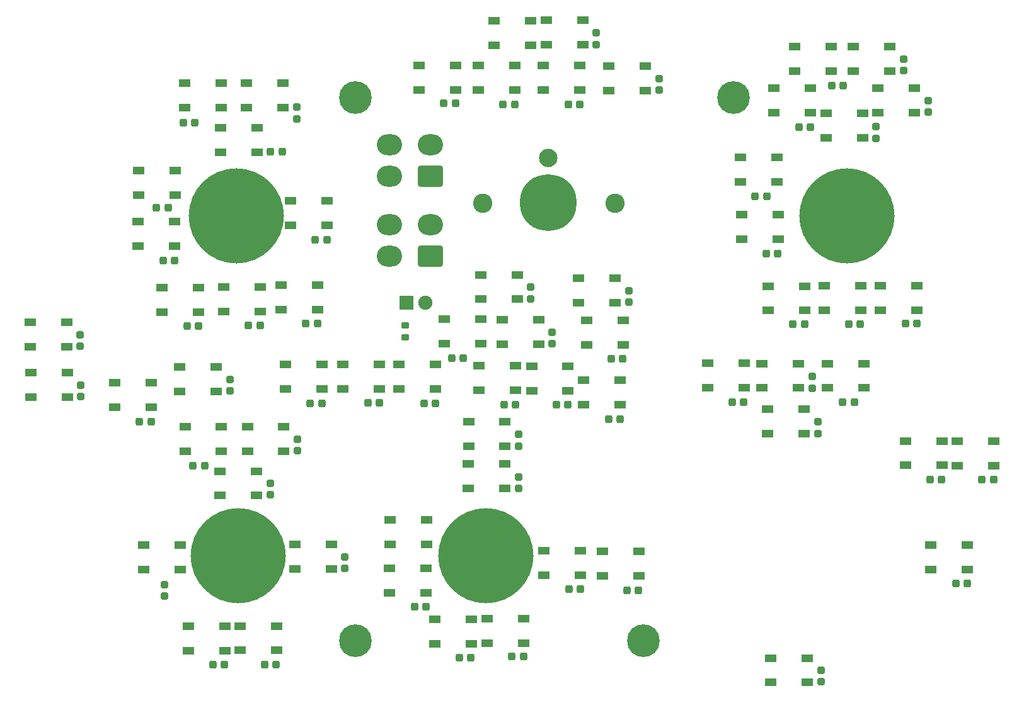
<source format=gbr>
%TF.GenerationSoftware,KiCad,Pcbnew,(6.0.9)*%
%TF.CreationDate,2023-04-01T12:13:22-08:00*%
%TF.ProjectId,ECS PANEL,45435320-5041-44e4-954c-2e6b69636164,3*%
%TF.SameCoordinates,Original*%
%TF.FileFunction,Soldermask,Top*%
%TF.FilePolarity,Negative*%
%FSLAX46Y46*%
G04 Gerber Fmt 4.6, Leading zero omitted, Abs format (unit mm)*
G04 Created by KiCad (PCBNEW (6.0.9)) date 2023-04-01 12:13:22*
%MOMM*%
%LPD*%
G01*
G04 APERTURE LIST*
G04 Aperture macros list*
%AMRoundRect*
0 Rectangle with rounded corners*
0 $1 Rounding radius*
0 $2 $3 $4 $5 $6 $7 $8 $9 X,Y pos of 4 corners*
0 Add a 4 corners polygon primitive as box body*
4,1,4,$2,$3,$4,$5,$6,$7,$8,$9,$2,$3,0*
0 Add four circle primitives for the rounded corners*
1,1,$1+$1,$2,$3*
1,1,$1+$1,$4,$5*
1,1,$1+$1,$6,$7*
1,1,$1+$1,$8,$9*
0 Add four rect primitives between the rounded corners*
20,1,$1+$1,$2,$3,$4,$5,0*
20,1,$1+$1,$4,$5,$6,$7,0*
20,1,$1+$1,$6,$7,$8,$9,0*
20,1,$1+$1,$8,$9,$2,$3,0*%
G04 Aperture macros list end*
%ADD10C,2.600000*%
%ADD11C,4.400000*%
%ADD12C,12.800000*%
%ADD13C,7.640752*%
%ADD14C,2.481250*%
%ADD15RoundRect,0.050000X-0.750000X-0.450000X0.750000X-0.450000X0.750000X0.450000X-0.750000X0.450000X0*%
%ADD16RoundRect,0.250000X-0.275000X0.200000X-0.275000X-0.200000X0.275000X-0.200000X0.275000X0.200000X0*%
%ADD17RoundRect,0.275000X-0.225000X-0.250000X0.225000X-0.250000X0.225000X0.250000X-0.225000X0.250000X0*%
%ADD18RoundRect,0.275000X0.250000X-0.225000X0.250000X0.225000X-0.250000X0.225000X-0.250000X-0.225000X0*%
%ADD19RoundRect,0.275000X0.225000X0.250000X-0.225000X0.250000X-0.225000X-0.250000X0.225000X-0.250000X0*%
%ADD20RoundRect,0.275000X-0.250000X0.225000X-0.250000X-0.225000X0.250000X-0.225000X0.250000X0.225000X0*%
%ADD21RoundRect,0.050000X-0.900000X-0.900000X0.900000X-0.900000X0.900000X0.900000X-0.900000X0.900000X0*%
%ADD22C,1.900000*%
%ADD23RoundRect,0.300001X1.399999X-1.099999X1.399999X1.099999X-1.399999X1.099999X-1.399999X-1.099999X0*%
%ADD24O,3.400000X2.800000*%
G04 APERTURE END LIST*
D10*
%TO.C,REF\u002A\u002A*%
X138662158Y-70229687D03*
%TD*%
%TO.C,REF\u002A\u002A*%
X156442158Y-70229687D03*
%TD*%
D11*
%TO.C,REF\u002A\u002A*%
X121517158Y-56005687D03*
%TD*%
%TO.C,REF\u002A\u002A*%
X172317158Y-56005687D03*
%TD*%
%TO.C,REF\u002A\u002A*%
X160252158Y-129030687D03*
%TD*%
%TO.C,REF\u002A\u002A*%
X121517158Y-129030687D03*
%TD*%
D12*
%TO.C,5*%
X105769158Y-117600687D03*
%TD*%
%TO.C,REF\u002A\u002A*%
X139106657Y-117600687D03*
%TD*%
D13*
%TO.C,REF\u002A\u002A*%
X147482158Y-70141087D03*
D14*
X147482158Y-64141087D03*
%TD*%
D12*
%TO.C,1*%
X105515158Y-71880687D03*
X105515158Y-71880687D03*
%TD*%
%TO.C,3*%
X187557158Y-71880687D03*
X187557158Y-71880687D03*
%TD*%
D15*
%TO.C,D2*%
X77919158Y-92989087D03*
X77919158Y-96289087D03*
X82819158Y-96289087D03*
X82819158Y-92989087D03*
%TD*%
%TO.C,D3*%
X77868358Y-86233087D03*
X77868358Y-89533087D03*
X82768358Y-89533087D03*
X82768358Y-86233087D03*
%TD*%
%TO.C,D4*%
X92371758Y-72669087D03*
X92371758Y-75969087D03*
X97271758Y-75969087D03*
X97271758Y-72669087D03*
%TD*%
%TO.C,D5*%
X92397158Y-65811087D03*
X92397158Y-69111087D03*
X97297158Y-69111087D03*
X97297158Y-65811087D03*
%TD*%
%TO.C,D6*%
X98620158Y-54050887D03*
X98620158Y-57350887D03*
X103520158Y-57350887D03*
X103520158Y-54050887D03*
%TD*%
%TO.C,D7*%
X106925958Y-54050887D03*
X106925958Y-57350887D03*
X111825958Y-57350887D03*
X111825958Y-54050887D03*
%TD*%
%TO.C,D9*%
X112793358Y-69900487D03*
X112793358Y-73200487D03*
X117693358Y-73200487D03*
X117693358Y-69900487D03*
%TD*%
%TO.C,D10*%
X111548758Y-81229087D03*
X111548758Y-84529087D03*
X116448758Y-84529087D03*
X116448758Y-81229087D03*
%TD*%
%TO.C,D11*%
X103827158Y-81457087D03*
X103827158Y-84757087D03*
X108727158Y-84757087D03*
X108727158Y-81457087D03*
%TD*%
%TO.C,D12*%
X95572158Y-81559087D03*
X95572158Y-84859087D03*
X100472158Y-84859087D03*
X100472158Y-81559087D03*
%TD*%
%TO.C,D13*%
X130090758Y-51688687D03*
X130090758Y-54988687D03*
X134990758Y-54988687D03*
X134990758Y-51688687D03*
%TD*%
%TO.C,D14*%
X138066358Y-51714087D03*
X138066358Y-55014087D03*
X142966358Y-55014087D03*
X142966358Y-51714087D03*
%TD*%
%TO.C,D15*%
X140211558Y-45669087D03*
X140211558Y-48969087D03*
X145111558Y-48969087D03*
X145111558Y-45669087D03*
%TD*%
%TO.C,D16*%
X147173358Y-45618287D03*
X147173358Y-48918287D03*
X152073358Y-48918287D03*
X152073358Y-45618287D03*
%TD*%
%TO.C,D17*%
X146803958Y-51688687D03*
X146803958Y-54988687D03*
X151703958Y-54988687D03*
X151703958Y-51688687D03*
%TD*%
%TO.C,D18*%
X155618158Y-51764887D03*
X155618158Y-55064887D03*
X160518158Y-55064887D03*
X160518158Y-51764887D03*
%TD*%
%TO.C,D19*%
X177780158Y-54762287D03*
X177780158Y-58062287D03*
X182680158Y-58062287D03*
X182680158Y-54762287D03*
%TD*%
%TO.C,D20*%
X180586158Y-49123287D03*
X180586158Y-52423287D03*
X185486158Y-52423287D03*
X185486158Y-49123287D03*
%TD*%
%TO.C,D21*%
X188460158Y-49123287D03*
X188460158Y-52423287D03*
X193360158Y-52423287D03*
X193360158Y-49123287D03*
%TD*%
%TO.C,D22*%
X191736158Y-54711287D03*
X191736158Y-58011287D03*
X196636158Y-58011287D03*
X196636158Y-54711287D03*
%TD*%
%TO.C,D23*%
X184765158Y-58115087D03*
X184765158Y-61415087D03*
X189665158Y-61415087D03*
X189665158Y-58115087D03*
%TD*%
%TO.C,D24*%
X173271158Y-64033087D03*
X173271158Y-67333087D03*
X178171158Y-67333087D03*
X178171158Y-64033087D03*
%TD*%
%TO.C,D25*%
X173448158Y-71729287D03*
X173448158Y-75029287D03*
X178348158Y-75029287D03*
X178348158Y-71729287D03*
%TD*%
%TO.C,D26*%
X177004158Y-81356087D03*
X177004158Y-84656087D03*
X181904158Y-84656087D03*
X181904158Y-81356087D03*
%TD*%
%TO.C,D27*%
X184523158Y-81305087D03*
X184523158Y-84605087D03*
X189423158Y-84605087D03*
X189423158Y-81305087D03*
%TD*%
%TO.C,D28*%
X192092158Y-81280087D03*
X192092158Y-84580087D03*
X196992158Y-84580087D03*
X196992158Y-81280087D03*
%TD*%
%TO.C,D30*%
X176141158Y-91770087D03*
X176141158Y-95070087D03*
X181041158Y-95070087D03*
X181041158Y-91770087D03*
%TD*%
%TO.C,D31*%
X168876158Y-91744087D03*
X168876158Y-95044087D03*
X173776158Y-95044087D03*
X173776158Y-91744087D03*
%TD*%
%TO.C,D32*%
X152228158Y-94030087D03*
X152228158Y-97330087D03*
X157128158Y-97330087D03*
X157128158Y-94030087D03*
%TD*%
%TO.C,D33*%
X152595158Y-86004087D03*
X152595158Y-89304087D03*
X157495158Y-89304087D03*
X157495158Y-86004087D03*
%TD*%
%TO.C,D34*%
X151502958Y-80314087D03*
X151502958Y-83614087D03*
X156402958Y-83614087D03*
X156402958Y-80314087D03*
%TD*%
%TO.C,D35*%
X138371158Y-79832087D03*
X138371158Y-83132087D03*
X143271158Y-83132087D03*
X143271158Y-79832087D03*
%TD*%
%TO.C,D36*%
X141241358Y-85902087D03*
X141241358Y-89202087D03*
X146141358Y-89202087D03*
X146141358Y-85902087D03*
%TD*%
%TO.C,D37*%
X145217558Y-92126087D03*
X145217558Y-95426087D03*
X150117558Y-95426087D03*
X150117558Y-92126087D03*
%TD*%
D16*
%TO.C,R1*%
X128207158Y-86641087D03*
X128207158Y-88291087D03*
%TD*%
D15*
%TO.C,D38*%
X138142558Y-92100087D03*
X138142558Y-95400087D03*
X143042558Y-95400087D03*
X143042558Y-92100087D03*
%TD*%
%TO.C,D39*%
X133519758Y-85826087D03*
X133519758Y-89126087D03*
X138419758Y-89126087D03*
X138419758Y-85826087D03*
%TD*%
%TO.C,D40*%
X127423758Y-91897087D03*
X127423758Y-95197087D03*
X132323758Y-95197087D03*
X132323758Y-91897087D03*
%TD*%
%TO.C,D41*%
X119854558Y-91897087D03*
X119854558Y-95197087D03*
X124754558Y-95197087D03*
X124754558Y-91897087D03*
%TD*%
%TO.C,D42*%
X112158358Y-91897087D03*
X112158358Y-95197087D03*
X117058358Y-95197087D03*
X117058358Y-91897087D03*
%TD*%
%TO.C,D43*%
X97959758Y-92252087D03*
X97959758Y-95552087D03*
X102859758Y-95552087D03*
X102859758Y-92252087D03*
%TD*%
%TO.C,D44*%
X89196758Y-94361087D03*
X89196758Y-97661087D03*
X94096758Y-97661087D03*
X94096758Y-94361087D03*
%TD*%
%TO.C,D45*%
X98645558Y-100279087D03*
X98645558Y-103579087D03*
X103545558Y-103579087D03*
X103545558Y-100279087D03*
%TD*%
%TO.C,D46*%
X107027558Y-100253087D03*
X107027558Y-103553087D03*
X111927558Y-103553087D03*
X111927558Y-100253087D03*
%TD*%
%TO.C,D47*%
X103344558Y-106248087D03*
X103344558Y-109548087D03*
X108244558Y-109548087D03*
X108244558Y-106248087D03*
%TD*%
%TO.C,D48*%
X113402958Y-116078087D03*
X113402958Y-119378087D03*
X118302958Y-119378087D03*
X118302958Y-116078087D03*
%TD*%
%TO.C,D49*%
X106087758Y-127076087D03*
X106087758Y-130376087D03*
X110987758Y-130376087D03*
X110987758Y-127076087D03*
%TD*%
%TO.C,D50*%
X99091158Y-127101087D03*
X99091158Y-130401087D03*
X103991158Y-130401087D03*
X103991158Y-127101087D03*
%TD*%
%TO.C,D51*%
X93133758Y-116205087D03*
X93133758Y-119505087D03*
X98033758Y-119505087D03*
X98033758Y-116205087D03*
%TD*%
%TO.C,D52*%
X136745558Y-99618087D03*
X136745558Y-102918087D03*
X141645558Y-102918087D03*
X141645558Y-99618087D03*
%TD*%
%TO.C,D53*%
X136720158Y-105308087D03*
X136720158Y-108608087D03*
X141620158Y-108608087D03*
X141620158Y-105308087D03*
%TD*%
%TO.C,D54*%
X126179158Y-112801087D03*
X126179158Y-116101087D03*
X131079158Y-116101087D03*
X131079158Y-112801087D03*
%TD*%
%TO.C,D55*%
X126128358Y-119303087D03*
X126128358Y-122603087D03*
X131028358Y-122603087D03*
X131028358Y-119303087D03*
%TD*%
%TO.C,D56*%
X132198958Y-126212087D03*
X132198958Y-129512087D03*
X137098958Y-129512087D03*
X137098958Y-126212087D03*
%TD*%
%TO.C,D57*%
X139260158Y-126136087D03*
X139260158Y-129436087D03*
X144160158Y-129436087D03*
X144160158Y-126136087D03*
%TD*%
%TO.C,D58*%
X146880158Y-116992087D03*
X146880158Y-120292087D03*
X151780158Y-120292087D03*
X151780158Y-116992087D03*
%TD*%
%TO.C,D59*%
X154729158Y-117043087D03*
X154729158Y-120343087D03*
X159629158Y-120343087D03*
X159629158Y-117043087D03*
%TD*%
%TO.C,D60*%
X177335158Y-131394087D03*
X177335158Y-134694087D03*
X182235158Y-134694087D03*
X182235158Y-131394087D03*
%TD*%
%TO.C,D61*%
X198848158Y-116205087D03*
X198848158Y-119505087D03*
X203748158Y-119505087D03*
X203748158Y-116205087D03*
%TD*%
%TO.C,D62*%
X202430158Y-102209087D03*
X202430158Y-105509087D03*
X207330158Y-105509087D03*
X207330158Y-102209087D03*
%TD*%
%TO.C,D63*%
X195470158Y-102184087D03*
X195470158Y-105484087D03*
X200370158Y-105484087D03*
X200370158Y-102184087D03*
%TD*%
%TO.C,D64*%
X176928158Y-97917087D03*
X176928158Y-101217087D03*
X181828158Y-101217087D03*
X181828158Y-97917087D03*
%TD*%
D17*
%TO.C,C2*%
X98419658Y-59391087D03*
X99969658Y-59391087D03*
%TD*%
D18*
%TO.C,C3*%
X113707158Y-58853587D03*
X113707158Y-57303587D03*
%TD*%
D19*
%TO.C,C4*%
X111682158Y-63291087D03*
X110132158Y-63291087D03*
%TD*%
D17*
%TO.C,C5*%
X94824658Y-70831087D03*
X96374658Y-70831087D03*
%TD*%
%TO.C,C6*%
X95734658Y-77901087D03*
X97284658Y-77901087D03*
%TD*%
D20*
%TO.C,C7*%
X84567158Y-87918087D03*
X84567158Y-89468087D03*
%TD*%
%TO.C,C8*%
X84627158Y-94668087D03*
X84627158Y-96218087D03*
%TD*%
D17*
%TO.C,C9*%
X98904658Y-86761087D03*
X100454658Y-86761087D03*
%TD*%
%TO.C,C10*%
X114874658Y-86421087D03*
X116424658Y-86421087D03*
%TD*%
%TO.C,C11*%
X116154658Y-75091087D03*
X117704658Y-75091087D03*
%TD*%
%TO.C,C12*%
X107174658Y-86671087D03*
X108724658Y-86671087D03*
%TD*%
%TO.C,C13*%
X92524658Y-99571087D03*
X94074658Y-99571087D03*
%TD*%
D20*
%TO.C,C14*%
X104697158Y-93928087D03*
X104697158Y-95478087D03*
%TD*%
D17*
%TO.C,C15*%
X115474658Y-97111087D03*
X117024658Y-97111087D03*
%TD*%
%TO.C,C16*%
X123194658Y-97101087D03*
X124744658Y-97101087D03*
%TD*%
%TO.C,C17*%
X130754658Y-97131087D03*
X132304658Y-97131087D03*
%TD*%
%TO.C,C18*%
X141484658Y-97281087D03*
X143034658Y-97281087D03*
%TD*%
%TO.C,C19*%
X148542158Y-97351087D03*
X150092158Y-97351087D03*
%TD*%
%TO.C,C20*%
X155924158Y-91151087D03*
X157474158Y-91151087D03*
%TD*%
%TO.C,C21*%
X155542158Y-99281087D03*
X157092158Y-99281087D03*
%TD*%
D20*
%TO.C,C22*%
X158257158Y-81998087D03*
X158257158Y-83548087D03*
%TD*%
%TO.C,C24*%
X147957158Y-87584087D03*
X147957158Y-89134087D03*
%TD*%
D17*
%TO.C,C25*%
X134504658Y-91051087D03*
X136054658Y-91051087D03*
%TD*%
%TO.C,C26*%
X133414658Y-56791087D03*
X134964658Y-56791087D03*
%TD*%
%TO.C,C27*%
X141374658Y-56901087D03*
X142924658Y-56901087D03*
%TD*%
%TO.C,C28*%
X150124658Y-56921087D03*
X151674658Y-56921087D03*
%TD*%
D20*
%TO.C,C29*%
X153877158Y-47318587D03*
X153877158Y-48868587D03*
%TD*%
%TO.C,C30*%
X162327158Y-53418587D03*
X162327158Y-54968587D03*
%TD*%
D17*
%TO.C,C31*%
X181120158Y-59961087D03*
X182670158Y-59961087D03*
%TD*%
D20*
%TO.C,C23*%
X145067158Y-81518087D03*
X145067158Y-83068087D03*
%TD*%
D17*
%TO.C,C32*%
X99734658Y-105541087D03*
X101284658Y-105541087D03*
%TD*%
D20*
%TO.C,C33*%
X113747158Y-101948087D03*
X113747158Y-103498087D03*
%TD*%
%TO.C,C34*%
X110087158Y-107908087D03*
X110087158Y-109458087D03*
%TD*%
%TO.C,C35*%
X120117158Y-117778087D03*
X120117158Y-119328087D03*
%TD*%
D17*
%TO.C,C36*%
X129464658Y-124491087D03*
X131014658Y-124491087D03*
%TD*%
%TO.C,C37*%
X102424658Y-132321087D03*
X103974658Y-132321087D03*
%TD*%
D18*
%TO.C,C38*%
X95907158Y-123053587D03*
X95907158Y-121503587D03*
%TD*%
D17*
%TO.C,C39*%
X142560658Y-131215087D03*
X144110658Y-131215087D03*
%TD*%
%TO.C,C40*%
X135514658Y-131371087D03*
X137064658Y-131371087D03*
%TD*%
%TO.C,C41*%
X150244658Y-122091087D03*
X151794658Y-122091087D03*
%TD*%
%TO.C,C42*%
X158044158Y-122291087D03*
X159594158Y-122291087D03*
%TD*%
%TO.C,C43*%
X172179158Y-96991087D03*
X173729158Y-96991087D03*
%TD*%
%TO.C,C45*%
X198744158Y-107391087D03*
X200294158Y-107391087D03*
%TD*%
D20*
%TO.C,C46*%
X182907158Y-93528087D03*
X182907158Y-95078087D03*
%TD*%
D17*
%TO.C,C48*%
X205744158Y-107391087D03*
X207294158Y-107391087D03*
%TD*%
%TO.C,C49*%
X202244158Y-121391087D03*
X203794158Y-121391087D03*
%TD*%
D20*
%TO.C,C50*%
X184107158Y-133028087D03*
X184107158Y-134578087D03*
%TD*%
D17*
%TO.C,C51*%
X180344158Y-86491087D03*
X181894158Y-86491087D03*
%TD*%
D20*
%TO.C,C44*%
X183707158Y-99628087D03*
X183707158Y-101178087D03*
%TD*%
D19*
%TO.C,C52*%
X187070158Y-54391087D03*
X185520158Y-54391087D03*
%TD*%
D20*
%TO.C,C54*%
X198507158Y-56428587D03*
X198507158Y-57978587D03*
%TD*%
%TO.C,C55*%
X191507158Y-59928587D03*
X191507158Y-61478587D03*
%TD*%
D17*
%TO.C,C56*%
X175244158Y-69291087D03*
X176794158Y-69291087D03*
%TD*%
%TO.C,C57*%
X195444158Y-86391087D03*
X196994158Y-86391087D03*
%TD*%
%TO.C,C58*%
X187844158Y-86491087D03*
X189394158Y-86491087D03*
%TD*%
%TO.C,C60*%
X109344658Y-132291087D03*
X110894658Y-132291087D03*
%TD*%
D20*
%TO.C,C61*%
X143507158Y-101328087D03*
X143507158Y-102878087D03*
%TD*%
%TO.C,C53*%
X195207158Y-50828587D03*
X195207158Y-52378587D03*
%TD*%
D17*
%TO.C,C59*%
X176744158Y-76991087D03*
X178294158Y-76991087D03*
%TD*%
D20*
%TO.C,C62*%
X143507158Y-107028087D03*
X143507158Y-108578087D03*
%TD*%
D15*
%TO.C,D8*%
X103420758Y-60045287D03*
X103420758Y-63345287D03*
X108320758Y-63345287D03*
X108320758Y-60045287D03*
%TD*%
%TO.C,D29*%
X184929158Y-91770087D03*
X184929158Y-95070087D03*
X189829158Y-95070087D03*
X189829158Y-91770087D03*
%TD*%
D17*
%TO.C,C47*%
X187009158Y-96991087D03*
X188559158Y-96991087D03*
%TD*%
D21*
%TO.C,D1*%
X128407158Y-83591087D03*
D22*
X130947158Y-83591087D03*
%TD*%
D23*
%TO.C,J1*%
X131643158Y-66539687D03*
D24*
X131643158Y-62339687D03*
X126143158Y-66539687D03*
X126143158Y-62339687D03*
%TD*%
D23*
%TO.C,J2*%
X131643158Y-77291087D03*
D24*
X131643158Y-73091087D03*
X126143158Y-77291087D03*
X126143158Y-73091087D03*
%TD*%
M02*

</source>
